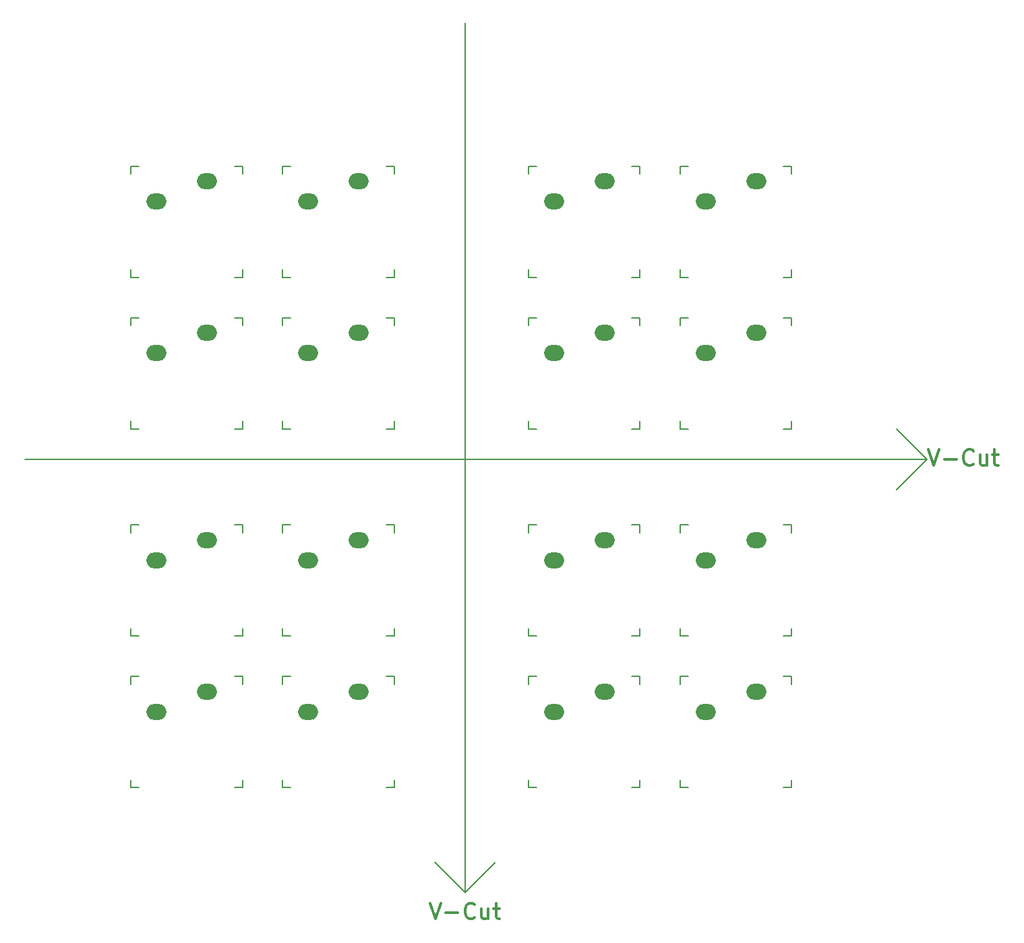
<source format=gto>
%TF.GenerationSoftware,KiCad,Pcbnew,6.0.2+dfsg-1*%
%TF.CreationDate,2023-03-24T00:01:14+09:00*%
%TF.ProjectId,pcb-panel,7063622d-7061-46e6-956c-2e6b69636164,rev?*%
%TF.SameCoordinates,Original*%
%TF.FileFunction,Legend,Top*%
%TF.FilePolarity,Positive*%
%FSLAX46Y46*%
G04 Gerber Fmt 4.6, Leading zero omitted, Abs format (unit mm)*
G04 Created by KiCad (PCBNEW 6.0.2+dfsg-1) date 2023-03-24 00:01:14*
%MOMM*%
%LPD*%
G01*
G04 APERTURE LIST*
%ADD10C,0.150000*%
%ADD11C,0.375000*%
%ADD12O,2.500000X2.000000*%
G04 APERTURE END LIST*
D10*
X112395000Y-149733000D02*
X108585000Y-145923000D01*
X112395000Y-40386000D02*
X112395000Y-149606000D01*
X112395000Y-149733000D02*
X116205000Y-145923000D01*
X57150000Y-95250000D02*
X170434000Y-95250000D01*
X170434000Y-95250000D02*
X166624000Y-91440000D01*
X170434000Y-95250000D02*
X166624000Y-99060000D01*
D11*
X170625047Y-94027761D02*
X171291714Y-96027761D01*
X171958380Y-94027761D01*
X172625047Y-95265857D02*
X174148857Y-95265857D01*
X176244095Y-95837285D02*
X176148857Y-95932523D01*
X175863142Y-96027761D01*
X175672666Y-96027761D01*
X175386952Y-95932523D01*
X175196476Y-95742047D01*
X175101238Y-95551571D01*
X175006000Y-95170619D01*
X175006000Y-94884904D01*
X175101238Y-94503952D01*
X175196476Y-94313476D01*
X175386952Y-94123000D01*
X175672666Y-94027761D01*
X175863142Y-94027761D01*
X176148857Y-94123000D01*
X176244095Y-94218238D01*
X177958380Y-94694428D02*
X177958380Y-96027761D01*
X177101238Y-94694428D02*
X177101238Y-95742047D01*
X177196476Y-95932523D01*
X177386952Y-96027761D01*
X177672666Y-96027761D01*
X177863142Y-95932523D01*
X177958380Y-95837285D01*
X178625047Y-94694428D02*
X179386952Y-94694428D01*
X178910761Y-94027761D02*
X178910761Y-95742047D01*
X179006000Y-95932523D01*
X179196476Y-96027761D01*
X179386952Y-96027761D01*
X108014047Y-151050761D02*
X108680714Y-153050761D01*
X109347380Y-151050761D01*
X110014047Y-152288857D02*
X111537857Y-152288857D01*
X113633095Y-152860285D02*
X113537857Y-152955523D01*
X113252142Y-153050761D01*
X113061666Y-153050761D01*
X112775952Y-152955523D01*
X112585476Y-152765047D01*
X112490238Y-152574571D01*
X112395000Y-152193619D01*
X112395000Y-151907904D01*
X112490238Y-151526952D01*
X112585476Y-151336476D01*
X112775952Y-151146000D01*
X113061666Y-151050761D01*
X113252142Y-151050761D01*
X113537857Y-151146000D01*
X113633095Y-151241238D01*
X115347380Y-151717428D02*
X115347380Y-153050761D01*
X114490238Y-151717428D02*
X114490238Y-152765047D01*
X114585476Y-152955523D01*
X114775952Y-153050761D01*
X115061666Y-153050761D01*
X115252142Y-152955523D01*
X115347380Y-152860285D01*
X116014047Y-151717428D02*
X116775952Y-151717428D01*
X116299761Y-151050761D02*
X116299761Y-152765047D01*
X116395000Y-152955523D01*
X116585476Y-153050761D01*
X116775952Y-153050761D01*
D10*
X70470000Y-59405000D02*
X70470000Y-58405000D01*
X70470000Y-58405000D02*
X71470000Y-58405000D01*
X71470000Y-72405000D02*
X70470000Y-72405000D01*
X70470000Y-71405000D02*
X70470000Y-72405000D01*
X84470000Y-72405000D02*
X84470000Y-71405000D01*
X83470000Y-72405000D02*
X84470000Y-72405000D01*
X84470000Y-58405000D02*
X83470000Y-58405000D01*
X84470000Y-59405000D02*
X84470000Y-58405000D01*
X89520000Y-58405000D02*
X90520000Y-58405000D01*
X103520000Y-58405000D02*
X102520000Y-58405000D01*
X102520000Y-72405000D02*
X103520000Y-72405000D01*
X89520000Y-59405000D02*
X89520000Y-58405000D01*
X89520000Y-71405000D02*
X89520000Y-72405000D01*
X103520000Y-59405000D02*
X103520000Y-58405000D01*
X90520000Y-72405000D02*
X89520000Y-72405000D01*
X103520000Y-72405000D02*
X103520000Y-71405000D01*
X70470000Y-78455000D02*
X70470000Y-77455000D01*
X83470000Y-91455000D02*
X84470000Y-91455000D01*
X84470000Y-91455000D02*
X84470000Y-90455000D01*
X70470000Y-77455000D02*
X71470000Y-77455000D01*
X84470000Y-77455000D02*
X83470000Y-77455000D01*
X70470000Y-90455000D02*
X70470000Y-91455000D01*
X84470000Y-78455000D02*
X84470000Y-77455000D01*
X71470000Y-91455000D02*
X70470000Y-91455000D01*
X102520000Y-91455000D02*
X103520000Y-91455000D01*
X89520000Y-77455000D02*
X90520000Y-77455000D01*
X89520000Y-78455000D02*
X89520000Y-77455000D01*
X103520000Y-91455000D02*
X103520000Y-90455000D01*
X89520000Y-90455000D02*
X89520000Y-91455000D01*
X90520000Y-91455000D02*
X89520000Y-91455000D01*
X103520000Y-77455000D02*
X102520000Y-77455000D01*
X103520000Y-78455000D02*
X103520000Y-77455000D01*
X139431000Y-123540000D02*
X139431000Y-122540000D01*
X152431000Y-136540000D02*
X153431000Y-136540000D01*
X153431000Y-123540000D02*
X153431000Y-122540000D01*
X153431000Y-136540000D02*
X153431000Y-135540000D01*
X140431000Y-136540000D02*
X139431000Y-136540000D01*
X139431000Y-135540000D02*
X139431000Y-136540000D01*
X153431000Y-122540000D02*
X152431000Y-122540000D01*
X139431000Y-122540000D02*
X140431000Y-122540000D01*
X90520000Y-117490000D02*
X89520000Y-117490000D01*
X103520000Y-104490000D02*
X103520000Y-103490000D01*
X89520000Y-103490000D02*
X90520000Y-103490000D01*
X103520000Y-103490000D02*
X102520000Y-103490000D01*
X102520000Y-117490000D02*
X103520000Y-117490000D01*
X89520000Y-104490000D02*
X89520000Y-103490000D01*
X103520000Y-117490000D02*
X103520000Y-116490000D01*
X89520000Y-116490000D02*
X89520000Y-117490000D01*
X134381000Y-104490000D02*
X134381000Y-103490000D01*
X134381000Y-117490000D02*
X134381000Y-116490000D01*
X120381000Y-116490000D02*
X120381000Y-117490000D01*
X133381000Y-117490000D02*
X134381000Y-117490000D01*
X120381000Y-104490000D02*
X120381000Y-103490000D01*
X121381000Y-117490000D02*
X120381000Y-117490000D01*
X134381000Y-103490000D02*
X133381000Y-103490000D01*
X120381000Y-103490000D02*
X121381000Y-103490000D01*
X120381000Y-71405000D02*
X120381000Y-72405000D01*
X121381000Y-72405000D02*
X120381000Y-72405000D01*
X134381000Y-59405000D02*
X134381000Y-58405000D01*
X133381000Y-72405000D02*
X134381000Y-72405000D01*
X134381000Y-72405000D02*
X134381000Y-71405000D01*
X120381000Y-58405000D02*
X121381000Y-58405000D01*
X134381000Y-58405000D02*
X133381000Y-58405000D01*
X120381000Y-59405000D02*
X120381000Y-58405000D01*
X139431000Y-77455000D02*
X140431000Y-77455000D01*
X139431000Y-90455000D02*
X139431000Y-91455000D01*
X139431000Y-78455000D02*
X139431000Y-77455000D01*
X153431000Y-78455000D02*
X153431000Y-77455000D01*
X153431000Y-91455000D02*
X153431000Y-90455000D01*
X152431000Y-91455000D02*
X153431000Y-91455000D01*
X153431000Y-77455000D02*
X152431000Y-77455000D01*
X140431000Y-91455000D02*
X139431000Y-91455000D01*
X153431000Y-59405000D02*
X153431000Y-58405000D01*
X139431000Y-71405000D02*
X139431000Y-72405000D01*
X139431000Y-58405000D02*
X140431000Y-58405000D01*
X139431000Y-59405000D02*
X139431000Y-58405000D01*
X140431000Y-72405000D02*
X139431000Y-72405000D01*
X153431000Y-58405000D02*
X152431000Y-58405000D01*
X152431000Y-72405000D02*
X153431000Y-72405000D01*
X153431000Y-72405000D02*
X153431000Y-71405000D01*
X134381000Y-136540000D02*
X134381000Y-135540000D01*
X121381000Y-136540000D02*
X120381000Y-136540000D01*
X120381000Y-135540000D02*
X120381000Y-136540000D01*
X120381000Y-122540000D02*
X121381000Y-122540000D01*
X120381000Y-123540000D02*
X120381000Y-122540000D01*
X133381000Y-136540000D02*
X134381000Y-136540000D01*
X134381000Y-122540000D02*
X133381000Y-122540000D01*
X134381000Y-123540000D02*
X134381000Y-122540000D01*
X134381000Y-78455000D02*
X134381000Y-77455000D01*
X121381000Y-91455000D02*
X120381000Y-91455000D01*
X134381000Y-77455000D02*
X133381000Y-77455000D01*
X134381000Y-91455000D02*
X134381000Y-90455000D01*
X133381000Y-91455000D02*
X134381000Y-91455000D01*
X120381000Y-90455000D02*
X120381000Y-91455000D01*
X120381000Y-78455000D02*
X120381000Y-77455000D01*
X120381000Y-77455000D02*
X121381000Y-77455000D01*
X103520000Y-136540000D02*
X103520000Y-135540000D01*
X103520000Y-122540000D02*
X102520000Y-122540000D01*
X90520000Y-136540000D02*
X89520000Y-136540000D01*
X89520000Y-135540000D02*
X89520000Y-136540000D01*
X102520000Y-136540000D02*
X103520000Y-136540000D01*
X103520000Y-123540000D02*
X103520000Y-122540000D01*
X89520000Y-122540000D02*
X90520000Y-122540000D01*
X89520000Y-123540000D02*
X89520000Y-122540000D01*
X152431000Y-117490000D02*
X153431000Y-117490000D01*
X139431000Y-103490000D02*
X140431000Y-103490000D01*
X139431000Y-116490000D02*
X139431000Y-117490000D01*
X153431000Y-104490000D02*
X153431000Y-103490000D01*
X153431000Y-103490000D02*
X152431000Y-103490000D01*
X139431000Y-104490000D02*
X139431000Y-103490000D01*
X140431000Y-117490000D02*
X139431000Y-117490000D01*
X153431000Y-117490000D02*
X153431000Y-116490000D01*
X70470000Y-123540000D02*
X70470000Y-122540000D01*
X71470000Y-136540000D02*
X70470000Y-136540000D01*
X83470000Y-136540000D02*
X84470000Y-136540000D01*
X84470000Y-123540000D02*
X84470000Y-122540000D01*
X70470000Y-135540000D02*
X70470000Y-136540000D01*
X84470000Y-136540000D02*
X84470000Y-135540000D01*
X84470000Y-122540000D02*
X83470000Y-122540000D01*
X70470000Y-122540000D02*
X71470000Y-122540000D01*
X83470000Y-117490000D02*
X84470000Y-117490000D01*
X70470000Y-104490000D02*
X70470000Y-103490000D01*
X84470000Y-103490000D02*
X83470000Y-103490000D01*
X84470000Y-117490000D02*
X84470000Y-116490000D01*
X70470000Y-103490000D02*
X71470000Y-103490000D01*
X71470000Y-117490000D02*
X70470000Y-117490000D01*
X84470000Y-104490000D02*
X84470000Y-103490000D01*
X70470000Y-116490000D02*
X70470000Y-117490000D01*
D12*
X73660000Y-62865000D03*
X80010000Y-60325000D03*
X92710000Y-62865000D03*
X99060000Y-60325000D03*
X73660000Y-81915000D03*
X80010000Y-79375000D03*
X92710000Y-81915000D03*
X99060000Y-79375000D03*
X142621000Y-127000000D03*
X148971000Y-124460000D03*
X92710000Y-107950000D03*
X99060000Y-105410000D03*
X123571000Y-107950000D03*
X129921000Y-105410000D03*
X123571000Y-62865000D03*
X129921000Y-60325000D03*
X142621000Y-81915000D03*
X148971000Y-79375000D03*
X142621000Y-62865000D03*
X148971000Y-60325000D03*
X123571000Y-127000000D03*
X129921000Y-124460000D03*
X123571000Y-81915000D03*
X129921000Y-79375000D03*
X92710000Y-127000000D03*
X99060000Y-124460000D03*
X142621000Y-107950000D03*
X148971000Y-105410000D03*
X73660000Y-127000000D03*
X80010000Y-124460000D03*
X73660000Y-107950000D03*
X80010000Y-105410000D03*
M02*

</source>
